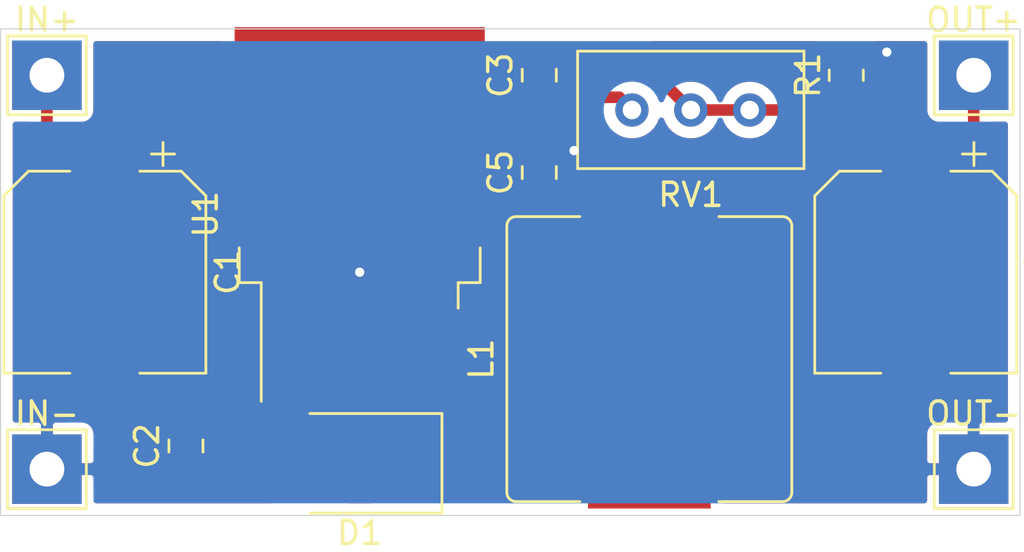
<source format=kicad_pcb>
(kicad_pcb (version 20171130) (host pcbnew "(5.1.10)-1")

  (general
    (thickness 1.6)
    (drawings 4)
    (tracks 48)
    (zones 0)
    (modules 14)
    (nets 6)
  )

  (page A4)
  (layers
    (0 F.Cu signal)
    (31 B.Cu signal)
    (33 F.Adhes user)
    (35 F.Paste user)
    (37 F.SilkS user hide)
    (38 B.Mask user)
    (39 F.Mask user)
    (40 Dwgs.User user)
    (41 Cmts.User user)
    (42 Eco1.User user)
    (43 Eco2.User user)
    (44 Edge.Cuts user)
    (45 Margin user)
    (46 B.CrtYd user)
    (47 F.CrtYd user)
    (49 F.Fab user hide)
  )

  (setup
    (last_trace_width 0.3)
    (user_trace_width 0.5)
    (user_trace_width 0.8)
    (user_trace_width 1)
    (user_trace_width 1.2)
    (user_trace_width 1.6)
    (user_trace_width 2)
    (user_trace_width 3)
    (user_trace_width 4)
    (trace_clearance 0.35)
    (zone_clearance 0.5)
    (zone_45_only no)
    (trace_min 0.2)
    (via_size 0.8)
    (via_drill 0.4)
    (via_min_size 0.4)
    (via_min_drill 0.3)
    (user_via 1.6 0.8)
    (user_via 2 1)
    (uvia_size 0.3)
    (uvia_drill 0.1)
    (uvias_allowed no)
    (uvia_min_size 0.2)
    (uvia_min_drill 0.1)
    (edge_width 0.05)
    (segment_width 0.2)
    (pcb_text_width 0.3)
    (pcb_text_size 1.5 1.5)
    (mod_edge_width 0.12)
    (mod_text_size 1 1)
    (mod_text_width 0.15)
    (pad_size 1.524 1.524)
    (pad_drill 0.762)
    (pad_to_mask_clearance 0)
    (aux_axis_origin 0 0)
    (visible_elements 7FFFFFFF)
    (pcbplotparams
      (layerselection 0x010fc_ffffffff)
      (usegerberextensions false)
      (usegerberattributes true)
      (usegerberadvancedattributes true)
      (creategerberjobfile true)
      (excludeedgelayer true)
      (linewidth 0.100000)
      (plotframeref false)
      (viasonmask false)
      (mode 1)
      (useauxorigin false)
      (hpglpennumber 1)
      (hpglpenspeed 20)
      (hpglpendiameter 15.000000)
      (psnegative false)
      (psa4output false)
      (plotreference true)
      (plotvalue true)
      (plotinvisibletext false)
      (padsonsilk false)
      (subtractmaskfromsilk false)
      (outputformat 1)
      (mirror false)
      (drillshape 1)
      (scaleselection 1)
      (outputdirectory ""))
  )

  (net 0 "")
  (net 1 GND)
  (net 2 "Net-(C1-Pad1)")
  (net 3 "Net-(C3-Pad2)")
  (net 4 "Net-(C3-Pad1)")
  (net 5 "Net-(D1-Pad1)")

  (net_class Default "This is the default net class."
    (clearance 0.35)
    (trace_width 0.3)
    (via_dia 0.8)
    (via_drill 0.4)
    (uvia_dia 0.3)
    (uvia_drill 0.1)
    (add_net GND)
    (add_net "Net-(C1-Pad1)")
    (add_net "Net-(C3-Pad1)")
    (add_net "Net-(C3-Pad2)")
    (add_net "Net-(D1-Pad1)")
  )

  (net_class Power_2A ""
    (clearance 0.75)
    (trace_width 1)
    (via_dia 1.6)
    (via_drill 0.8)
    (uvia_dia 0.3)
    (uvia_drill 0.1)
  )

  (module TestPoint:TestPoint_THTPad_3.0x3.0mm_Drill1.5mm (layer F.Cu) (tedit 5A0F774F) (tstamp 617E73AF)
    (at 166 108.75)
    (descr "THT rectangular pad as test Point, square 3.0mm side length, hole diameter 1.5mm")
    (tags "test point THT pad rectangle square")
    (path /61800455)
    (attr virtual)
    (fp_text reference OUT- (at 0 -2.398) (layer F.SilkS)
      (effects (font (size 1 1) (thickness 0.15)))
    )
    (fp_text value OUT- (at 0 2.55) (layer F.Fab)
      (effects (font (size 1 1) (thickness 0.15)))
    )
    (fp_line (start -1.7 -1.7) (end 1.7 -1.7) (layer F.SilkS) (width 0.12))
    (fp_line (start 1.7 -1.7) (end 1.7 1.7) (layer F.SilkS) (width 0.12))
    (fp_line (start 1.7 1.7) (end -1.7 1.7) (layer F.SilkS) (width 0.12))
    (fp_line (start -1.7 1.7) (end -1.7 -1.7) (layer F.SilkS) (width 0.12))
    (fp_line (start -2 -2) (end 2 -2) (layer F.CrtYd) (width 0.05))
    (fp_line (start -2 -2) (end -2 2) (layer F.CrtYd) (width 0.05))
    (fp_line (start 2 2) (end 2 -2) (layer F.CrtYd) (width 0.05))
    (fp_line (start 2 2) (end -2 2) (layer F.CrtYd) (width 0.05))
    (fp_text user %R (at 0 -2.4) (layer F.Fab)
      (effects (font (size 1 1) (thickness 0.15)))
    )
    (pad 1 thru_hole rect (at 0 0) (size 3 3) (drill 1.5) (layers *.Cu *.Mask)
      (net 1 GND))
  )

  (module TestPoint:TestPoint_THTPad_3.0x3.0mm_Drill1.5mm (layer F.Cu) (tedit 5A0F774F) (tstamp 617E73A1)
    (at 166 91.75)
    (descr "THT rectangular pad as test Point, square 3.0mm side length, hole diameter 1.5mm")
    (tags "test point THT pad rectangle square")
    (path /617FF2E7)
    (attr virtual)
    (fp_text reference OUT+ (at 0 -2.398) (layer F.SilkS)
      (effects (font (size 1 1) (thickness 0.15)))
    )
    (fp_text value OUT+ (at 0 2.55) (layer F.Fab)
      (effects (font (size 1 1) (thickness 0.15)))
    )
    (fp_line (start -1.7 -1.7) (end 1.7 -1.7) (layer F.SilkS) (width 0.12))
    (fp_line (start 1.7 -1.7) (end 1.7 1.7) (layer F.SilkS) (width 0.12))
    (fp_line (start 1.7 1.7) (end -1.7 1.7) (layer F.SilkS) (width 0.12))
    (fp_line (start -1.7 1.7) (end -1.7 -1.7) (layer F.SilkS) (width 0.12))
    (fp_line (start -2 -2) (end 2 -2) (layer F.CrtYd) (width 0.05))
    (fp_line (start -2 -2) (end -2 2) (layer F.CrtYd) (width 0.05))
    (fp_line (start 2 2) (end 2 -2) (layer F.CrtYd) (width 0.05))
    (fp_line (start 2 2) (end -2 2) (layer F.CrtYd) (width 0.05))
    (fp_text user %R (at 0 -2.4) (layer F.Fab)
      (effects (font (size 1 1) (thickness 0.15)))
    )
    (pad 1 thru_hole rect (at 0 0) (size 3 3) (drill 1.5) (layers *.Cu *.Mask)
      (net 4 "Net-(C3-Pad1)"))
  )

  (module TestPoint:TestPoint_THTPad_3.0x3.0mm_Drill1.5mm (layer F.Cu) (tedit 5A0F774F) (tstamp 617E7393)
    (at 126 108.75)
    (descr "THT rectangular pad as test Point, square 3.0mm side length, hole diameter 1.5mm")
    (tags "test point THT pad rectangle square")
    (path /617FEBF6)
    (attr virtual)
    (fp_text reference IN- (at 0 -2.398) (layer F.SilkS)
      (effects (font (size 1 1) (thickness 0.15)))
    )
    (fp_text value IN- (at 0 2.55) (layer F.Fab)
      (effects (font (size 1 1) (thickness 0.15)))
    )
    (fp_line (start -1.7 -1.7) (end 1.7 -1.7) (layer F.SilkS) (width 0.12))
    (fp_line (start 1.7 -1.7) (end 1.7 1.7) (layer F.SilkS) (width 0.12))
    (fp_line (start 1.7 1.7) (end -1.7 1.7) (layer F.SilkS) (width 0.12))
    (fp_line (start -1.7 1.7) (end -1.7 -1.7) (layer F.SilkS) (width 0.12))
    (fp_line (start -2 -2) (end 2 -2) (layer F.CrtYd) (width 0.05))
    (fp_line (start -2 -2) (end -2 2) (layer F.CrtYd) (width 0.05))
    (fp_line (start 2 2) (end 2 -2) (layer F.CrtYd) (width 0.05))
    (fp_line (start 2 2) (end -2 2) (layer F.CrtYd) (width 0.05))
    (fp_text user %R (at 0 -2.4) (layer F.Fab)
      (effects (font (size 1 1) (thickness 0.15)))
    )
    (pad 1 thru_hole rect (at 0 0) (size 3 3) (drill 1.5) (layers *.Cu *.Mask)
      (net 1 GND))
  )

  (module TestPoint:TestPoint_THTPad_3.0x3.0mm_Drill1.5mm (layer F.Cu) (tedit 5A0F774F) (tstamp 617E7385)
    (at 126 91.75)
    (descr "THT rectangular pad as test Point, square 3.0mm side length, hole diameter 1.5mm")
    (tags "test point THT pad rectangle square")
    (path /617FE360)
    (attr virtual)
    (fp_text reference IN+ (at 0 -2.398) (layer F.SilkS)
      (effects (font (size 1 1) (thickness 0.15)))
    )
    (fp_text value IN+ (at 0 2.55) (layer F.Fab)
      (effects (font (size 1 1) (thickness 0.15)))
    )
    (fp_line (start -1.7 -1.7) (end 1.7 -1.7) (layer F.SilkS) (width 0.12))
    (fp_line (start 1.7 -1.7) (end 1.7 1.7) (layer F.SilkS) (width 0.12))
    (fp_line (start 1.7 1.7) (end -1.7 1.7) (layer F.SilkS) (width 0.12))
    (fp_line (start -1.7 1.7) (end -1.7 -1.7) (layer F.SilkS) (width 0.12))
    (fp_line (start -2 -2) (end 2 -2) (layer F.CrtYd) (width 0.05))
    (fp_line (start -2 -2) (end -2 2) (layer F.CrtYd) (width 0.05))
    (fp_line (start 2 2) (end 2 -2) (layer F.CrtYd) (width 0.05))
    (fp_line (start 2 2) (end -2 2) (layer F.CrtYd) (width 0.05))
    (fp_text user %R (at 0 -2.4) (layer F.Fab)
      (effects (font (size 1 1) (thickness 0.15)))
    )
    (pad 1 thru_hole rect (at 0 0) (size 3 3) (drill 1.5) (layers *.Cu *.Mask)
      (net 2 "Net-(C1-Pad1)"))
  )

  (module Package_TO_SOT_SMD:TO-263-5_TabPin3 (layer F.Cu) (tedit 5A70FBB6) (tstamp 617E3EF7)
    (at 139.5 97.75 90)
    (descr "TO-263 / D2PAK / DDPAK SMD package, http://www.infineon.com/cms/en/product/packages/PG-TO263/PG-TO263-5-1/")
    (tags "D2PAK DDPAK TO-263 D2PAK-5 TO-263-5 SOT-426")
    (path /617DEE63)
    (attr smd)
    (fp_text reference U1 (at 0 -6.65 90) (layer F.SilkS)
      (effects (font (size 1 1) (thickness 0.15)))
    )
    (fp_text value LM2596S-ADJ (at 0 6.65 90) (layer F.Fab)
      (effects (font (size 1 1) (thickness 0.15)))
    )
    (fp_line (start 8.32 -5.65) (end -8.32 -5.65) (layer F.CrtYd) (width 0.05))
    (fp_line (start 8.32 5.65) (end 8.32 -5.65) (layer F.CrtYd) (width 0.05))
    (fp_line (start -8.32 5.65) (end 8.32 5.65) (layer F.CrtYd) (width 0.05))
    (fp_line (start -8.32 -5.65) (end -8.32 5.65) (layer F.CrtYd) (width 0.05))
    (fp_line (start -2.95 4.25) (end -4.05 4.25) (layer F.SilkS) (width 0.12))
    (fp_line (start -2.95 5.2) (end -2.95 4.25) (layer F.SilkS) (width 0.12))
    (fp_line (start -1.45 5.2) (end -2.95 5.2) (layer F.SilkS) (width 0.12))
    (fp_line (start -2.95 -4.25) (end -8.075 -4.25) (layer F.SilkS) (width 0.12))
    (fp_line (start -2.95 -5.2) (end -2.95 -4.25) (layer F.SilkS) (width 0.12))
    (fp_line (start -1.45 -5.2) (end -2.95 -5.2) (layer F.SilkS) (width 0.12))
    (fp_line (start -7.45 3.8) (end -2.75 3.8) (layer F.Fab) (width 0.1))
    (fp_line (start -7.45 3) (end -7.45 3.8) (layer F.Fab) (width 0.1))
    (fp_line (start -2.75 3) (end -7.45 3) (layer F.Fab) (width 0.1))
    (fp_line (start -7.45 2.1) (end -2.75 2.1) (layer F.Fab) (width 0.1))
    (fp_line (start -7.45 1.3) (end -7.45 2.1) (layer F.Fab) (width 0.1))
    (fp_line (start -2.75 1.3) (end -7.45 1.3) (layer F.Fab) (width 0.1))
    (fp_line (start -7.45 0.4) (end -2.75 0.4) (layer F.Fab) (width 0.1))
    (fp_line (start -7.45 -0.4) (end -7.45 0.4) (layer F.Fab) (width 0.1))
    (fp_line (start -2.75 -0.4) (end -7.45 -0.4) (layer F.Fab) (width 0.1))
    (fp_line (start -7.45 -1.3) (end -2.75 -1.3) (layer F.Fab) (width 0.1))
    (fp_line (start -7.45 -2.1) (end -7.45 -1.3) (layer F.Fab) (width 0.1))
    (fp_line (start -2.75 -2.1) (end -7.45 -2.1) (layer F.Fab) (width 0.1))
    (fp_line (start -7.45 -3) (end -2.75 -3) (layer F.Fab) (width 0.1))
    (fp_line (start -7.45 -3.8) (end -7.45 -3) (layer F.Fab) (width 0.1))
    (fp_line (start -2.75 -3.8) (end -7.45 -3.8) (layer F.Fab) (width 0.1))
    (fp_line (start -1.75 -5) (end 6.5 -5) (layer F.Fab) (width 0.1))
    (fp_line (start -2.75 -4) (end -1.75 -5) (layer F.Fab) (width 0.1))
    (fp_line (start -2.75 5) (end -2.75 -4) (layer F.Fab) (width 0.1))
    (fp_line (start 6.5 5) (end -2.75 5) (layer F.Fab) (width 0.1))
    (fp_line (start 6.5 -5) (end 6.5 5) (layer F.Fab) (width 0.1))
    (fp_line (start 7.5 5) (end 6.5 5) (layer F.Fab) (width 0.1))
    (fp_line (start 7.5 -5) (end 7.5 5) (layer F.Fab) (width 0.1))
    (fp_line (start 6.5 -5) (end 7.5 -5) (layer F.Fab) (width 0.1))
    (fp_text user %R (at 0 0 90) (layer F.Fab)
      (effects (font (size 1 1) (thickness 0.15)))
    )
    (pad "" smd rect (at 0.95 2.775 90) (size 4.55 5.25) (layers F.Paste))
    (pad "" smd rect (at 5.8 -2.775 90) (size 4.55 5.25) (layers F.Paste))
    (pad "" smd rect (at 0.95 -2.775 90) (size 4.55 5.25) (layers F.Paste))
    (pad "" smd rect (at 5.8 2.775 90) (size 4.55 5.25) (layers F.Paste))
    (pad 3 smd rect (at 3.375 0 90) (size 9.4 10.8) (layers F.Cu F.Mask)
      (net 1 GND))
    (pad 5 smd rect (at -5.775 3.4 90) (size 4.6 1.1) (layers F.Cu F.Paste F.Mask)
      (net 1 GND))
    (pad 4 smd rect (at -5.775 1.7 90) (size 4.6 1.1) (layers F.Cu F.Paste F.Mask)
      (net 3 "Net-(C3-Pad2)"))
    (pad 3 smd rect (at -5.775 0 90) (size 4.6 1.1) (layers F.Cu F.Paste F.Mask)
      (net 1 GND))
    (pad 2 smd rect (at -5.775 -1.7 90) (size 4.6 1.1) (layers F.Cu F.Paste F.Mask)
      (net 5 "Net-(D1-Pad1)"))
    (pad 1 smd rect (at -5.775 -3.4 90) (size 4.6 1.1) (layers F.Cu F.Paste F.Mask)
      (net 2 "Net-(C1-Pad1)"))
    (model ${KISYS3DMOD}/Package_TO_SOT_SMD.3dshapes/TO-263-5_TabPin3.wrl
      (at (xyz 0 0 0))
      (scale (xyz 1 1 1))
      (rotate (xyz 0 0 0))
    )
  )

  (module Potentiometer_THT:Potentiometer_Bourns_3296W_Vertical (layer F.Cu) (tedit 5A3D4994) (tstamp 617E3EC7)
    (at 151.25 93.25 180)
    (descr "Potentiometer, vertical, Bourns 3296W, https://www.bourns.com/pdfs/3296.pdf")
    (tags "Potentiometer vertical Bourns 3296W")
    (path /617E0BA7)
    (fp_text reference RV1 (at -2.54 -3.66) (layer F.SilkS)
      (effects (font (size 1 1) (thickness 0.15)))
    )
    (fp_text value 10k (at -2.54 3.67) (layer F.Fab)
      (effects (font (size 1 1) (thickness 0.15)))
    )
    (fp_line (start 2.5 -2.7) (end -7.6 -2.7) (layer F.CrtYd) (width 0.05))
    (fp_line (start 2.5 2.7) (end 2.5 -2.7) (layer F.CrtYd) (width 0.05))
    (fp_line (start -7.6 2.7) (end 2.5 2.7) (layer F.CrtYd) (width 0.05))
    (fp_line (start -7.6 -2.7) (end -7.6 2.7) (layer F.CrtYd) (width 0.05))
    (fp_line (start 2.345 -2.53) (end 2.345 2.54) (layer F.SilkS) (width 0.12))
    (fp_line (start -7.425 -2.53) (end -7.425 2.54) (layer F.SilkS) (width 0.12))
    (fp_line (start -7.425 2.54) (end 2.345 2.54) (layer F.SilkS) (width 0.12))
    (fp_line (start -7.425 -2.53) (end 2.345 -2.53) (layer F.SilkS) (width 0.12))
    (fp_line (start 0.955 2.235) (end 0.956 0.066) (layer F.Fab) (width 0.1))
    (fp_line (start 0.955 2.235) (end 0.956 0.066) (layer F.Fab) (width 0.1))
    (fp_line (start 2.225 -2.41) (end -7.305 -2.41) (layer F.Fab) (width 0.1))
    (fp_line (start 2.225 2.42) (end 2.225 -2.41) (layer F.Fab) (width 0.1))
    (fp_line (start -7.305 2.42) (end 2.225 2.42) (layer F.Fab) (width 0.1))
    (fp_line (start -7.305 -2.41) (end -7.305 2.42) (layer F.Fab) (width 0.1))
    (fp_circle (center 0.955 1.15) (end 2.05 1.15) (layer F.Fab) (width 0.1))
    (fp_text user %R (at -3.175 0.005) (layer F.Fab)
      (effects (font (size 1 1) (thickness 0.15)))
    )
    (pad 3 thru_hole circle (at -5.08 0 180) (size 1.44 1.44) (drill 0.8) (layers *.Cu *.Mask)
      (net 3 "Net-(C3-Pad2)"))
    (pad 2 thru_hole circle (at -2.54 0 180) (size 1.44 1.44) (drill 0.8) (layers *.Cu *.Mask)
      (net 3 "Net-(C3-Pad2)"))
    (pad 1 thru_hole circle (at 0 0 180) (size 1.44 1.44) (drill 0.8) (layers *.Cu *.Mask)
      (net 4 "Net-(C3-Pad1)"))
    (model ${KISYS3DMOD}/Potentiometer_THT.3dshapes/Potentiometer_Bourns_3296W_Vertical.wrl
      (at (xyz 0 0 0))
      (scale (xyz 1 1 1))
      (rotate (xyz 0 0 0))
    )
  )

  (module Resistor_SMD:R_0805_2012Metric (layer F.Cu) (tedit 5F68FEEE) (tstamp 617E3EB0)
    (at 160.5 91.75 90)
    (descr "Resistor SMD 0805 (2012 Metric), square (rectangular) end terminal, IPC_7351 nominal, (Body size source: IPC-SM-782 page 72, https://www.pcb-3d.com/wordpress/wp-content/uploads/ipc-sm-782a_amendment_1_and_2.pdf), generated with kicad-footprint-generator")
    (tags resistor)
    (path /617DFCBC)
    (attr smd)
    (fp_text reference R1 (at 0 -1.65 90) (layer F.SilkS)
      (effects (font (size 1 1) (thickness 0.15)))
    )
    (fp_text value 1K (at 0 1.65 90) (layer F.Fab)
      (effects (font (size 1 1) (thickness 0.15)))
    )
    (fp_line (start 1.68 0.95) (end -1.68 0.95) (layer F.CrtYd) (width 0.05))
    (fp_line (start 1.68 -0.95) (end 1.68 0.95) (layer F.CrtYd) (width 0.05))
    (fp_line (start -1.68 -0.95) (end 1.68 -0.95) (layer F.CrtYd) (width 0.05))
    (fp_line (start -1.68 0.95) (end -1.68 -0.95) (layer F.CrtYd) (width 0.05))
    (fp_line (start -0.227064 0.735) (end 0.227064 0.735) (layer F.SilkS) (width 0.12))
    (fp_line (start -0.227064 -0.735) (end 0.227064 -0.735) (layer F.SilkS) (width 0.12))
    (fp_line (start 1 0.625) (end -1 0.625) (layer F.Fab) (width 0.1))
    (fp_line (start 1 -0.625) (end 1 0.625) (layer F.Fab) (width 0.1))
    (fp_line (start -1 -0.625) (end 1 -0.625) (layer F.Fab) (width 0.1))
    (fp_line (start -1 0.625) (end -1 -0.625) (layer F.Fab) (width 0.1))
    (fp_text user %R (at 0 0 90) (layer F.Fab)
      (effects (font (size 0.5 0.5) (thickness 0.08)))
    )
    (pad 2 smd roundrect (at 0.9125 0 90) (size 1.025 1.4) (layers F.Cu F.Paste F.Mask) (roundrect_rratio 0.243902)
      (net 1 GND))
    (pad 1 smd roundrect (at -0.9125 0 90) (size 1.025 1.4) (layers F.Cu F.Paste F.Mask) (roundrect_rratio 0.243902)
      (net 3 "Net-(C3-Pad2)"))
    (model ${KISYS3DMOD}/Resistor_SMD.3dshapes/R_0805_2012Metric.wrl
      (at (xyz 0 0 0))
      (scale (xyz 1 1 1))
      (rotate (xyz 0 0 0))
    )
  )

  (module Inductor_SMD:L_Bourns_SRR1210A (layer F.Cu) (tedit 5B853E9E) (tstamp 617E3E9F)
    (at 152 104 90)
    (descr "Bourns SRR1210A series SMD inductor https://www.bourns.com/docs/Product-Datasheets/SRR1210A.pdf")
    (tags "Bourns SRR1210A SMD inductor")
    (path /617E83CB)
    (attr smd)
    (fp_text reference L1 (at 0 -7.25 90) (layer F.SilkS)
      (effects (font (size 1 1) (thickness 0.15)))
    )
    (fp_text value 68uH (at 0 7.4 90) (layer F.Fab)
      (effects (font (size 1 1) (thickness 0.15)))
    )
    (fp_line (start -6.25 -5.75) (end -6.25 -2.9) (layer F.CrtYd) (width 0.05))
    (fp_line (start -6.7 -2.9) (end -6.7 2.9) (layer F.CrtYd) (width 0.05))
    (fp_line (start -6.25 2.9) (end -6.7 2.9) (layer F.CrtYd) (width 0.05))
    (fp_line (start -6.7 -2.9) (end -6.25 -2.9) (layer F.CrtYd) (width 0.05))
    (fp_line (start 6.25 -5.75) (end 6.25 -2.9) (layer F.CrtYd) (width 0.05))
    (fp_line (start 6.7 2.9) (end 6.25 2.9) (layer F.CrtYd) (width 0.05))
    (fp_line (start 6.7 -2.9) (end 6.7 2.9) (layer F.CrtYd) (width 0.05))
    (fp_line (start 6.7 -2.9) (end 6.25 -2.9) (layer F.CrtYd) (width 0.05))
    (fp_line (start 6.15 3) (end 6.15 5.75) (layer F.SilkS) (width 0.12))
    (fp_line (start -6.15 3) (end -6.15 5.75) (layer F.SilkS) (width 0.12))
    (fp_line (start 6.25 2.9) (end 6.25 5.75) (layer F.CrtYd) (width 0.05))
    (fp_line (start 5.75 6.25) (end -5.75 6.25) (layer F.CrtYd) (width 0.05))
    (fp_line (start -6.25 5.75) (end -6.25 2.9) (layer F.CrtYd) (width 0.05))
    (fp_line (start -5.75 -6.25) (end 5.75 -6.25) (layer F.CrtYd) (width 0.05))
    (fp_line (start 6.15 -5.75) (end 6.15 -3) (layer F.SilkS) (width 0.12))
    (fp_line (start 5.75 6.15) (end -5.75 6.15) (layer F.SilkS) (width 0.12))
    (fp_line (start -6.15 -5.75) (end -6.15 -3) (layer F.SilkS) (width 0.12))
    (fp_line (start -5.75 -6.15) (end 5.75 -6.15) (layer F.SilkS) (width 0.12))
    (fp_line (start 4 -2) (end 4 2) (layer F.Fab) (width 0.1))
    (fp_line (start 6 -5.75) (end 6 5.75) (layer F.Fab) (width 0.1))
    (fp_line (start 5.75 6) (end -5.75 6) (layer F.Fab) (width 0.1))
    (fp_line (start -6 -5.75) (end -6 5.75) (layer F.Fab) (width 0.1))
    (fp_line (start -4 2) (end -4 -2) (layer F.Fab) (width 0.1))
    (fp_line (start -5.75 -6) (end 5.75 -6) (layer F.Fab) (width 0.1))
    (fp_circle (center 0 0) (end 0 -5.6) (layer F.Fab) (width 0.1))
    (fp_arc (start 5.75 -5.75) (end 6.25 -5.75) (angle -90) (layer F.CrtYd) (width 0.05))
    (fp_arc (start 5.75 5.75) (end 5.75 6.25) (angle -90) (layer F.CrtYd) (width 0.05))
    (fp_arc (start -5.75 5.75) (end -6.25 5.75) (angle -90) (layer F.CrtYd) (width 0.05))
    (fp_arc (start -5.75 -5.75) (end -5.75 -6.25) (angle -90) (layer F.CrtYd) (width 0.05))
    (fp_arc (start 5.75 -5.75) (end 6.15 -5.75) (angle -90) (layer F.SilkS) (width 0.12))
    (fp_arc (start 5.75 5.75) (end 5.75 6.15) (angle -90) (layer F.SilkS) (width 0.12))
    (fp_arc (start -5.75 5.75) (end -6.15 5.75) (angle -90) (layer F.SilkS) (width 0.12))
    (fp_arc (start -5.75 -5.75) (end -5.75 -6.15) (angle -90) (layer F.SilkS) (width 0.12))
    (fp_arc (start -5.75 5.75) (end -6 5.75) (angle -90) (layer F.Fab) (width 0.1))
    (fp_arc (start 5.75 5.75) (end 5.75 6) (angle -90) (layer F.Fab) (width 0.1))
    (fp_arc (start 5.75 -5.75) (end 6 -5.75) (angle -90) (layer F.Fab) (width 0.1))
    (fp_arc (start -5.75 -5.75) (end -5.75 -6) (angle -90) (layer F.Fab) (width 0.1))
    (fp_text user %R (at 0 0 90) (layer F.Fab)
      (effects (font (size 1 1) (thickness 0.15)))
    )
    (pad 1 smd rect (at -5.05 0 90) (size 2.8 5.3) (layers F.Cu F.Paste F.Mask)
      (net 5 "Net-(D1-Pad1)"))
    (pad 2 smd rect (at 5.05 0 90) (size 2.8 5.3) (layers F.Cu F.Paste F.Mask)
      (net 4 "Net-(C3-Pad1)"))
    (model ${KISYS3DMOD}/Inductor_SMD.3dshapes/L_Bourns_SRR1210A.wrl
      (at (xyz 0 0 0))
      (scale (xyz 1 1 1))
      (rotate (xyz 0 0 0))
    )
  )

  (module Diode_SMD:D_SMB (layer F.Cu) (tedit 58645DF3) (tstamp 617E3E4B)
    (at 139.5 108.5 180)
    (descr "Diode SMB (DO-214AA)")
    (tags "Diode SMB (DO-214AA)")
    (path /617DF967)
    (attr smd)
    (fp_text reference D1 (at 0 -3) (layer F.SilkS)
      (effects (font (size 1 1) (thickness 0.15)))
    )
    (fp_text value SK34 (at 0 3.1) (layer F.Fab)
      (effects (font (size 1 1) (thickness 0.15)))
    )
    (fp_line (start -3.55 -2.15) (end 2.15 -2.15) (layer F.SilkS) (width 0.12))
    (fp_line (start -3.55 2.15) (end 2.15 2.15) (layer F.SilkS) (width 0.12))
    (fp_line (start -0.64944 0.00102) (end 0.50118 -0.79908) (layer F.Fab) (width 0.1))
    (fp_line (start -0.64944 0.00102) (end 0.50118 0.75032) (layer F.Fab) (width 0.1))
    (fp_line (start 0.50118 0.75032) (end 0.50118 -0.79908) (layer F.Fab) (width 0.1))
    (fp_line (start -0.64944 -0.79908) (end -0.64944 0.80112) (layer F.Fab) (width 0.1))
    (fp_line (start 0.50118 0.00102) (end 1.4994 0.00102) (layer F.Fab) (width 0.1))
    (fp_line (start -0.64944 0.00102) (end -1.55114 0.00102) (layer F.Fab) (width 0.1))
    (fp_line (start -3.65 2.25) (end -3.65 -2.25) (layer F.CrtYd) (width 0.05))
    (fp_line (start 3.65 2.25) (end -3.65 2.25) (layer F.CrtYd) (width 0.05))
    (fp_line (start 3.65 -2.25) (end 3.65 2.25) (layer F.CrtYd) (width 0.05))
    (fp_line (start -3.65 -2.25) (end 3.65 -2.25) (layer F.CrtYd) (width 0.05))
    (fp_line (start 2.3 -2) (end -2.3 -2) (layer F.Fab) (width 0.1))
    (fp_line (start 2.3 -2) (end 2.3 2) (layer F.Fab) (width 0.1))
    (fp_line (start -2.3 2) (end -2.3 -2) (layer F.Fab) (width 0.1))
    (fp_line (start 2.3 2) (end -2.3 2) (layer F.Fab) (width 0.1))
    (fp_line (start -3.55 -2.15) (end -3.55 2.15) (layer F.SilkS) (width 0.12))
    (fp_text user %R (at 0 -3) (layer F.Fab)
      (effects (font (size 1 1) (thickness 0.15)))
    )
    (pad 2 smd rect (at 2.15 0 180) (size 2.5 2.3) (layers F.Cu F.Paste F.Mask)
      (net 1 GND))
    (pad 1 smd rect (at -2.15 0 180) (size 2.5 2.3) (layers F.Cu F.Paste F.Mask)
      (net 5 "Net-(D1-Pad1)"))
    (model ${KISYS3DMOD}/Diode_SMD.3dshapes/D_SMB.wrl
      (at (xyz 0 0 0))
      (scale (xyz 1 1 1))
      (rotate (xyz 0 0 0))
    )
  )

  (module Capacitor_SMD:C_0805_2012Metric (layer F.Cu) (tedit 5F68FEEE) (tstamp 617E3E33)
    (at 147.25 95.95 90)
    (descr "Capacitor SMD 0805 (2012 Metric), square (rectangular) end terminal, IPC_7351 nominal, (Body size source: IPC-SM-782 page 76, https://www.pcb-3d.com/wordpress/wp-content/uploads/ipc-sm-782a_amendment_1_and_2.pdf, https://docs.google.com/spreadsheets/d/1BsfQQcO9C6DZCsRaXUlFlo91Tg2WpOkGARC1WS5S8t0/edit?usp=sharing), generated with kicad-footprint-generator")
    (tags capacitor)
    (path /617F37BD)
    (attr smd)
    (fp_text reference C5 (at 0 -1.68 90) (layer F.SilkS)
      (effects (font (size 1 1) (thickness 0.15)))
    )
    (fp_text value 0.1uF (at 0 1.68 90) (layer F.Fab)
      (effects (font (size 1 1) (thickness 0.15)))
    )
    (fp_line (start 1.7 0.98) (end -1.7 0.98) (layer F.CrtYd) (width 0.05))
    (fp_line (start 1.7 -0.98) (end 1.7 0.98) (layer F.CrtYd) (width 0.05))
    (fp_line (start -1.7 -0.98) (end 1.7 -0.98) (layer F.CrtYd) (width 0.05))
    (fp_line (start -1.7 0.98) (end -1.7 -0.98) (layer F.CrtYd) (width 0.05))
    (fp_line (start -0.261252 0.735) (end 0.261252 0.735) (layer F.SilkS) (width 0.12))
    (fp_line (start -0.261252 -0.735) (end 0.261252 -0.735) (layer F.SilkS) (width 0.12))
    (fp_line (start 1 0.625) (end -1 0.625) (layer F.Fab) (width 0.1))
    (fp_line (start 1 -0.625) (end 1 0.625) (layer F.Fab) (width 0.1))
    (fp_line (start -1 -0.625) (end 1 -0.625) (layer F.Fab) (width 0.1))
    (fp_line (start -1 0.625) (end -1 -0.625) (layer F.Fab) (width 0.1))
    (fp_text user %R (at 0 0 90) (layer F.Fab)
      (effects (font (size 0.5 0.5) (thickness 0.08)))
    )
    (pad 2 smd roundrect (at 0.95 0 90) (size 1 1.45) (layers F.Cu F.Paste F.Mask) (roundrect_rratio 0.25)
      (net 1 GND))
    (pad 1 smd roundrect (at -0.95 0 90) (size 1 1.45) (layers F.Cu F.Paste F.Mask) (roundrect_rratio 0.25)
      (net 4 "Net-(C3-Pad1)"))
    (model ${KISYS3DMOD}/Capacitor_SMD.3dshapes/C_0805_2012Metric.wrl
      (at (xyz 0 0 0))
      (scale (xyz 1 1 1))
      (rotate (xyz 0 0 0))
    )
  )

  (module Capacitor_SMD:CP_Elec_8x10.5 (layer F.Cu) (tedit 5BCA39D0) (tstamp 617E3E22)
    (at 163.5 100.25 270)
    (descr "SMD capacitor, aluminum electrolytic, Vishay 0810, 8.0x10.5mm, http://www.vishay.com/docs/28395/150crz.pdf")
    (tags "capacitor electrolytic")
    (path /617F2AF0)
    (attr smd)
    (fp_text reference C4 (at 0 -5.3 90) (layer F.SilkS)
      (effects (font (size 1 1) (thickness 0.15)))
    )
    (fp_text value "220 uF" (at 0 5.3 90) (layer F.Fab)
      (effects (font (size 1 1) (thickness 0.15)))
    )
    (fp_line (start -6.15 1.5) (end -4.5 1.5) (layer F.CrtYd) (width 0.05))
    (fp_line (start -6.15 -1.5) (end -6.15 1.5) (layer F.CrtYd) (width 0.05))
    (fp_line (start -4.5 -1.5) (end -6.15 -1.5) (layer F.CrtYd) (width 0.05))
    (fp_line (start -4.5 1.5) (end -4.5 3.35) (layer F.CrtYd) (width 0.05))
    (fp_line (start -4.5 -3.35) (end -4.5 -1.5) (layer F.CrtYd) (width 0.05))
    (fp_line (start -4.5 -3.35) (end -3.35 -4.5) (layer F.CrtYd) (width 0.05))
    (fp_line (start -4.5 3.35) (end -3.35 4.5) (layer F.CrtYd) (width 0.05))
    (fp_line (start -3.35 -4.5) (end 4.5 -4.5) (layer F.CrtYd) (width 0.05))
    (fp_line (start -3.35 4.5) (end 4.5 4.5) (layer F.CrtYd) (width 0.05))
    (fp_line (start 4.5 1.5) (end 4.5 4.5) (layer F.CrtYd) (width 0.05))
    (fp_line (start 6.15 1.5) (end 4.5 1.5) (layer F.CrtYd) (width 0.05))
    (fp_line (start 6.15 -1.5) (end 6.15 1.5) (layer F.CrtYd) (width 0.05))
    (fp_line (start 4.5 -1.5) (end 6.15 -1.5) (layer F.CrtYd) (width 0.05))
    (fp_line (start 4.5 -4.5) (end 4.5 -1.5) (layer F.CrtYd) (width 0.05))
    (fp_line (start -5.1 -3.01) (end -5.1 -2.01) (layer F.SilkS) (width 0.12))
    (fp_line (start -5.6 -2.51) (end -4.6 -2.51) (layer F.SilkS) (width 0.12))
    (fp_line (start -4.36 3.295563) (end -3.295563 4.36) (layer F.SilkS) (width 0.12))
    (fp_line (start -4.36 -3.295563) (end -3.295563 -4.36) (layer F.SilkS) (width 0.12))
    (fp_line (start -4.36 -3.295563) (end -4.36 -1.51) (layer F.SilkS) (width 0.12))
    (fp_line (start -4.36 3.295563) (end -4.36 1.51) (layer F.SilkS) (width 0.12))
    (fp_line (start -3.295563 4.36) (end 4.36 4.36) (layer F.SilkS) (width 0.12))
    (fp_line (start -3.295563 -4.36) (end 4.36 -4.36) (layer F.SilkS) (width 0.12))
    (fp_line (start 4.36 -4.36) (end 4.36 -1.51) (layer F.SilkS) (width 0.12))
    (fp_line (start 4.36 4.36) (end 4.36 1.51) (layer F.SilkS) (width 0.12))
    (fp_line (start -3.162278 -1.9) (end -3.162278 -1.1) (layer F.Fab) (width 0.1))
    (fp_line (start -3.562278 -1.5) (end -2.762278 -1.5) (layer F.Fab) (width 0.1))
    (fp_line (start -4.25 3.25) (end -3.25 4.25) (layer F.Fab) (width 0.1))
    (fp_line (start -4.25 -3.25) (end -3.25 -4.25) (layer F.Fab) (width 0.1))
    (fp_line (start -4.25 -3.25) (end -4.25 3.25) (layer F.Fab) (width 0.1))
    (fp_line (start -3.25 4.25) (end 4.25 4.25) (layer F.Fab) (width 0.1))
    (fp_line (start -3.25 -4.25) (end 4.25 -4.25) (layer F.Fab) (width 0.1))
    (fp_line (start 4.25 -4.25) (end 4.25 4.25) (layer F.Fab) (width 0.1))
    (fp_circle (center 0 0) (end 4 0) (layer F.Fab) (width 0.1))
    (fp_text user %R (at 0 0 90) (layer F.Fab)
      (effects (font (size 1 1) (thickness 0.15)))
    )
    (pad 2 smd roundrect (at 3.7 0 270) (size 4.4 2.5) (layers F.Cu F.Paste F.Mask) (roundrect_rratio 0.1)
      (net 1 GND))
    (pad 1 smd roundrect (at -3.7 0 270) (size 4.4 2.5) (layers F.Cu F.Paste F.Mask) (roundrect_rratio 0.1)
      (net 4 "Net-(C3-Pad1)"))
    (model ${KISYS3DMOD}/Capacitor_SMD.3dshapes/CP_Elec_8x10.5.wrl
      (at (xyz 0 0 0))
      (scale (xyz 1 1 1))
      (rotate (xyz 0 0 0))
    )
  )

  (module Capacitor_SMD:C_0805_2012Metric (layer F.Cu) (tedit 5F68FEEE) (tstamp 617E3DFA)
    (at 147.25 91.75 90)
    (descr "Capacitor SMD 0805 (2012 Metric), square (rectangular) end terminal, IPC_7351 nominal, (Body size source: IPC-SM-782 page 76, https://www.pcb-3d.com/wordpress/wp-content/uploads/ipc-sm-782a_amendment_1_and_2.pdf, https://docs.google.com/spreadsheets/d/1BsfQQcO9C6DZCsRaXUlFlo91Tg2WpOkGARC1WS5S8t0/edit?usp=sharing), generated with kicad-footprint-generator")
    (tags capacitor)
    (path /617F40E8)
    (attr smd)
    (fp_text reference C3 (at 0 -1.68 90) (layer F.SilkS)
      (effects (font (size 1 1) (thickness 0.15)))
    )
    (fp_text value 3300pF (at 0 1.68 90) (layer F.Fab)
      (effects (font (size 1 1) (thickness 0.15)))
    )
    (fp_line (start 1.7 0.98) (end -1.7 0.98) (layer F.CrtYd) (width 0.05))
    (fp_line (start 1.7 -0.98) (end 1.7 0.98) (layer F.CrtYd) (width 0.05))
    (fp_line (start -1.7 -0.98) (end 1.7 -0.98) (layer F.CrtYd) (width 0.05))
    (fp_line (start -1.7 0.98) (end -1.7 -0.98) (layer F.CrtYd) (width 0.05))
    (fp_line (start -0.261252 0.735) (end 0.261252 0.735) (layer F.SilkS) (width 0.12))
    (fp_line (start -0.261252 -0.735) (end 0.261252 -0.735) (layer F.SilkS) (width 0.12))
    (fp_line (start 1 0.625) (end -1 0.625) (layer F.Fab) (width 0.1))
    (fp_line (start 1 -0.625) (end 1 0.625) (layer F.Fab) (width 0.1))
    (fp_line (start -1 -0.625) (end 1 -0.625) (layer F.Fab) (width 0.1))
    (fp_line (start -1 0.625) (end -1 -0.625) (layer F.Fab) (width 0.1))
    (fp_text user %R (at 0 0 90) (layer F.Fab)
      (effects (font (size 0.5 0.5) (thickness 0.08)))
    )
    (pad 2 smd roundrect (at 0.95 0 90) (size 1 1.45) (layers F.Cu F.Paste F.Mask) (roundrect_rratio 0.25)
      (net 3 "Net-(C3-Pad2)"))
    (pad 1 smd roundrect (at -0.95 0 90) (size 1 1.45) (layers F.Cu F.Paste F.Mask) (roundrect_rratio 0.25)
      (net 4 "Net-(C3-Pad1)"))
    (model ${KISYS3DMOD}/Capacitor_SMD.3dshapes/C_0805_2012Metric.wrl
      (at (xyz 0 0 0))
      (scale (xyz 1 1 1))
      (rotate (xyz 0 0 0))
    )
  )

  (module Capacitor_SMD:C_0805_2012Metric (layer F.Cu) (tedit 5F68FEEE) (tstamp 617E45B8)
    (at 132 107.75 90)
    (descr "Capacitor SMD 0805 (2012 Metric), square (rectangular) end terminal, IPC_7351 nominal, (Body size source: IPC-SM-782 page 76, https://www.pcb-3d.com/wordpress/wp-content/uploads/ipc-sm-782a_amendment_1_and_2.pdf, https://docs.google.com/spreadsheets/d/1BsfQQcO9C6DZCsRaXUlFlo91Tg2WpOkGARC1WS5S8t0/edit?usp=sharing), generated with kicad-footprint-generator")
    (tags capacitor)
    (path /617E16D6)
    (attr smd)
    (fp_text reference C2 (at 0 -1.68 90) (layer F.SilkS)
      (effects (font (size 1 1) (thickness 0.15)))
    )
    (fp_text value 0.1uF (at 0 1.68 90) (layer F.Fab)
      (effects (font (size 1 1) (thickness 0.15)))
    )
    (fp_line (start 1.7 0.98) (end -1.7 0.98) (layer F.CrtYd) (width 0.05))
    (fp_line (start 1.7 -0.98) (end 1.7 0.98) (layer F.CrtYd) (width 0.05))
    (fp_line (start -1.7 -0.98) (end 1.7 -0.98) (layer F.CrtYd) (width 0.05))
    (fp_line (start -1.7 0.98) (end -1.7 -0.98) (layer F.CrtYd) (width 0.05))
    (fp_line (start -0.261252 0.735) (end 0.261252 0.735) (layer F.SilkS) (width 0.12))
    (fp_line (start -0.261252 -0.735) (end 0.261252 -0.735) (layer F.SilkS) (width 0.12))
    (fp_line (start 1 0.625) (end -1 0.625) (layer F.Fab) (width 0.1))
    (fp_line (start 1 -0.625) (end 1 0.625) (layer F.Fab) (width 0.1))
    (fp_line (start -1 -0.625) (end 1 -0.625) (layer F.Fab) (width 0.1))
    (fp_line (start -1 0.625) (end -1 -0.625) (layer F.Fab) (width 0.1))
    (fp_text user %R (at 0 0 90) (layer F.Fab)
      (effects (font (size 0.5 0.5) (thickness 0.08)))
    )
    (pad 2 smd roundrect (at 0.95 0 90) (size 1 1.45) (layers F.Cu F.Paste F.Mask) (roundrect_rratio 0.25)
      (net 1 GND))
    (pad 1 smd roundrect (at -0.95 0 90) (size 1 1.45) (layers F.Cu F.Paste F.Mask) (roundrect_rratio 0.25)
      (net 2 "Net-(C1-Pad1)"))
    (model ${KISYS3DMOD}/Capacitor_SMD.3dshapes/C_0805_2012Metric.wrl
      (at (xyz 0 0 0))
      (scale (xyz 1 1 1))
      (rotate (xyz 0 0 0))
    )
  )

  (module Capacitor_SMD:CP_Elec_8x10.5 (layer F.Cu) (tedit 5BCA39D0) (tstamp 617E3DD8)
    (at 128.5 100.25 270)
    (descr "SMD capacitor, aluminum electrolytic, Vishay 0810, 8.0x10.5mm, http://www.vishay.com/docs/28395/150crz.pdf")
    (tags "capacitor electrolytic")
    (path /617E1371)
    (attr smd)
    (fp_text reference C1 (at 0 -5.3 90) (layer F.SilkS)
      (effects (font (size 1 1) (thickness 0.15)))
    )
    (fp_text value "220 uF" (at 0 5.3 90) (layer F.Fab)
      (effects (font (size 1 1) (thickness 0.15)))
    )
    (fp_line (start -6.15 1.5) (end -4.5 1.5) (layer F.CrtYd) (width 0.05))
    (fp_line (start -6.15 -1.5) (end -6.15 1.5) (layer F.CrtYd) (width 0.05))
    (fp_line (start -4.5 -1.5) (end -6.15 -1.5) (layer F.CrtYd) (width 0.05))
    (fp_line (start -4.5 1.5) (end -4.5 3.35) (layer F.CrtYd) (width 0.05))
    (fp_line (start -4.5 -3.35) (end -4.5 -1.5) (layer F.CrtYd) (width 0.05))
    (fp_line (start -4.5 -3.35) (end -3.35 -4.5) (layer F.CrtYd) (width 0.05))
    (fp_line (start -4.5 3.35) (end -3.35 4.5) (layer F.CrtYd) (width 0.05))
    (fp_line (start -3.35 -4.5) (end 4.5 -4.5) (layer F.CrtYd) (width 0.05))
    (fp_line (start -3.35 4.5) (end 4.5 4.5) (layer F.CrtYd) (width 0.05))
    (fp_line (start 4.5 1.5) (end 4.5 4.5) (layer F.CrtYd) (width 0.05))
    (fp_line (start 6.15 1.5) (end 4.5 1.5) (layer F.CrtYd) (width 0.05))
    (fp_line (start 6.15 -1.5) (end 6.15 1.5) (layer F.CrtYd) (width 0.05))
    (fp_line (start 4.5 -1.5) (end 6.15 -1.5) (layer F.CrtYd) (width 0.05))
    (fp_line (start 4.5 -4.5) (end 4.5 -1.5) (layer F.CrtYd) (width 0.05))
    (fp_line (start -5.1 -3.01) (end -5.1 -2.01) (layer F.SilkS) (width 0.12))
    (fp_line (start -5.6 -2.51) (end -4.6 -2.51) (layer F.SilkS) (width 0.12))
    (fp_line (start -4.36 3.295563) (end -3.295563 4.36) (layer F.SilkS) (width 0.12))
    (fp_line (start -4.36 -3.295563) (end -3.295563 -4.36) (layer F.SilkS) (width 0.12))
    (fp_line (start -4.36 -3.295563) (end -4.36 -1.51) (layer F.SilkS) (width 0.12))
    (fp_line (start -4.36 3.295563) (end -4.36 1.51) (layer F.SilkS) (width 0.12))
    (fp_line (start -3.295563 4.36) (end 4.36 4.36) (layer F.SilkS) (width 0.12))
    (fp_line (start -3.295563 -4.36) (end 4.36 -4.36) (layer F.SilkS) (width 0.12))
    (fp_line (start 4.36 -4.36) (end 4.36 -1.51) (layer F.SilkS) (width 0.12))
    (fp_line (start 4.36 4.36) (end 4.36 1.51) (layer F.SilkS) (width 0.12))
    (fp_line (start -3.162278 -1.9) (end -3.162278 -1.1) (layer F.Fab) (width 0.1))
    (fp_line (start -3.562278 -1.5) (end -2.762278 -1.5) (layer F.Fab) (width 0.1))
    (fp_line (start -4.25 3.25) (end -3.25 4.25) (layer F.Fab) (width 0.1))
    (fp_line (start -4.25 -3.25) (end -3.25 -4.25) (layer F.Fab) (width 0.1))
    (fp_line (start -4.25 -3.25) (end -4.25 3.25) (layer F.Fab) (width 0.1))
    (fp_line (start -3.25 4.25) (end 4.25 4.25) (layer F.Fab) (width 0.1))
    (fp_line (start -3.25 -4.25) (end 4.25 -4.25) (layer F.Fab) (width 0.1))
    (fp_line (start 4.25 -4.25) (end 4.25 4.25) (layer F.Fab) (width 0.1))
    (fp_circle (center 0 0) (end 4 0) (layer F.Fab) (width 0.1))
    (fp_text user %R (at 0 0 90) (layer F.Fab)
      (effects (font (size 1 1) (thickness 0.15)))
    )
    (pad 2 smd roundrect (at 3.7 0 270) (size 4.4 2.5) (layers F.Cu F.Paste F.Mask) (roundrect_rratio 0.1)
      (net 1 GND))
    (pad 1 smd roundrect (at -3.7 0 270) (size 4.4 2.5) (layers F.Cu F.Paste F.Mask) (roundrect_rratio 0.1)
      (net 2 "Net-(C1-Pad1)"))
    (model ${KISYS3DMOD}/Capacitor_SMD.3dshapes/CP_Elec_8x10.5.wrl
      (at (xyz 0 0 0))
      (scale (xyz 1 1 1))
      (rotate (xyz 0 0 0))
    )
  )

  (gr_line (start 124 89.75) (end 124 110.75) (layer Edge.Cuts) (width 0.05) (tstamp 617E7A6D))
  (gr_line (start 168 89.75) (end 124 89.75) (layer Edge.Cuts) (width 0.05))
  (gr_line (start 168 110.75) (end 168 89.75) (layer Edge.Cuts) (width 0.05))
  (gr_line (start 124 110.75) (end 168 110.75) (layer Edge.Cuts) (width 0.05))

  (segment (start 132.725 108.7) (end 134.25 107.175) (width 0.5) (layer F.Cu) (net 2))
  (segment (start 132 108.7) (end 132.725 108.7) (width 0.5) (layer F.Cu) (net 2))
  (segment (start 134.25 105.375) (end 136.1 103.525) (width 0.5) (layer F.Cu) (net 2))
  (segment (start 134.25 107.175) (end 134.25 105.375) (width 0.5) (layer F.Cu) (net 2))
  (segment (start 135.475 103.525) (end 128.5 96.55) (width 0.5) (layer F.Cu) (net 2))
  (segment (start 136.1 103.525) (end 135.475 103.525) (width 0.5) (layer F.Cu) (net 2))
  (segment (start 126 94.05) (end 126 91.75) (width 0.5) (layer F.Cu) (net 2))
  (segment (start 128.5 96.55) (end 126 94.05) (width 0.5) (layer F.Cu) (net 2))
  (segment (start 150.753602 90.8) (end 150.803602 90.75) (width 0.5) (layer F.Cu) (net 3))
  (segment (start 147.25 90.8) (end 150.753602 90.8) (width 0.5) (layer F.Cu) (net 3))
  (segment (start 151.29 90.75) (end 153.79 93.25) (width 0.5) (layer F.Cu) (net 3))
  (segment (start 150.803602 90.75) (end 151.29 90.75) (width 0.5) (layer F.Cu) (net 3))
  (segment (start 153.79 93.25) (end 156.33 93.25) (width 0.5) (layer F.Cu) (net 3))
  (segment (start 159.9125 93.25) (end 160.5 92.6625) (width 0.5) (layer F.Cu) (net 3))
  (segment (start 156.33 93.25) (end 159.9125 93.25) (width 0.5) (layer F.Cu) (net 3))
  (segment (start 145.500001 99.555001) (end 145.055002 100) (width 0.5) (layer F.Cu) (net 3))
  (segment (start 145.500001 91.824999) (end 145.500001 99.555001) (width 0.5) (layer F.Cu) (net 3))
  (segment (start 146.525 90.8) (end 145.500001 91.824999) (width 0.5) (layer F.Cu) (net 3))
  (segment (start 147.25 90.8) (end 146.525 90.8) (width 0.5) (layer F.Cu) (net 3))
  (segment (start 141.2 100.725) (end 141.2 103.525) (width 0.5) (layer F.Cu) (net 3))
  (segment (start 141.925 100) (end 141.2 100.725) (width 0.5) (layer F.Cu) (net 3))
  (segment (start 145.055002 100) (end 141.925 100) (width 0.5) (layer F.Cu) (net 3))
  (segment (start 166 94.05) (end 163.5 96.55) (width 0.5) (layer F.Cu) (net 4))
  (segment (start 166 91.75) (end 166 94.05) (width 0.5) (layer F.Cu) (net 4))
  (segment (start 163.5 96.55) (end 162.2 96.55) (width 0.5) (layer F.Cu) (net 4))
  (segment (start 159.8 98.95) (end 152 98.95) (width 0.5) (layer F.Cu) (net 4))
  (segment (start 162.2 96.55) (end 159.8 98.95) (width 0.5) (layer F.Cu) (net 4))
  (segment (start 149.3 98.95) (end 147.25 96.9) (width 0.5) (layer F.Cu) (net 4))
  (segment (start 152 98.95) (end 149.3 98.95) (width 0.5) (layer F.Cu) (net 4))
  (segment (start 150.7 92.7) (end 147.25 92.7) (width 0.5) (layer F.Cu) (net 4))
  (segment (start 151.25 93.25) (end 150.7 92.7) (width 0.5) (layer F.Cu) (net 4))
  (segment (start 147.975 96.9) (end 147.25 96.9) (width 0.5) (layer F.Cu) (net 4))
  (segment (start 137.8 108.05) (end 137.35 108.5) (width 0.5) (layer F.Cu) (net 1))
  (via (at 139.5 100.25) (size 0.8) (drill 0.4) (layers F.Cu B.Cu) (net 1))
  (via (at 148.75 95) (size 0.8) (drill 0.4) (layers F.Cu B.Cu) (net 1))
  (segment (start 147.25 95) (end 148.75 95) (width 0.3) (layer F.Cu) (net 1))
  (via (at 162.25 90.75) (size 0.8) (drill 0.4) (layers F.Cu B.Cu) (net 1))
  (segment (start 148.182002 96.9) (end 147.25 96.9) (width 0.3) (layer F.Cu) (net 4))
  (segment (start 149.650001 95.432001) (end 148.182002 96.9) (width 0.3) (layer F.Cu) (net 4))
  (segment (start 149.650001 94.375001) (end 149.650001 95.432001) (width 0.3) (layer F.Cu) (net 4))
  (segment (start 147.975 92.7) (end 149.650001 94.375001) (width 0.3) (layer F.Cu) (net 4))
  (segment (start 147.25 92.7) (end 147.975 92.7) (width 0.3) (layer F.Cu) (net 4))
  (segment (start 140.724998 108.5) (end 141.65 108.5) (width 0.3) (layer F.Cu) (net 5))
  (segment (start 137.8 105.575002) (end 140.724998 108.5) (width 0.3) (layer F.Cu) (net 5))
  (segment (start 137.8 103.525) (end 137.8 105.575002) (width 0.3) (layer F.Cu) (net 5))
  (segment (start 141.65 108.5) (end 144.75 108.5) (width 0.3) (layer F.Cu) (net 5))
  (segment (start 145.3 109.05) (end 152 109.05) (width 0.3) (layer F.Cu) (net 5))
  (segment (start 144.75 108.5) (end 145.3 109.05) (width 0.3) (layer F.Cu) (net 5))

  (zone (net 1) (net_name GND) (layer F.Cu) (tstamp 617DE155) (hatch edge 0.508)
    (connect_pads (clearance 0.5))
    (min_thickness 0.254)
    (fill yes (arc_segments 32) (thermal_gap 0.508) (thermal_bridge_width 0.508))
    (polygon
      (pts
        (xy 168 110.75) (xy 124 110.75) (xy 124 89.75) (xy 168 89.75)
      )
    )
    (filled_polygon
      (pts
        (xy 167.348 106.612313) (xy 166.28575 106.615) (xy 166.127 106.77375) (xy 166.127 108.623) (xy 166.147 108.623)
        (xy 166.147 108.877) (xy 166.127 108.877) (xy 166.127 108.897) (xy 165.873 108.897) (xy 165.873 108.877)
        (xy 164.02375 108.877) (xy 163.865 109.03575) (xy 163.862313 110.098) (xy 155.280033 110.098) (xy 155.280033 107.65)
        (xy 155.267927 107.527087) (xy 155.232075 107.408897) (xy 155.173853 107.299972) (xy 155.095501 107.204499) (xy 155.000028 107.126147)
        (xy 154.891103 107.067925) (xy 154.772913 107.032073) (xy 154.65 107.019967) (xy 149.35 107.019967) (xy 149.227087 107.032073)
        (xy 149.108897 107.067925) (xy 148.999972 107.126147) (xy 148.904499 107.204499) (xy 148.826147 107.299972) (xy 148.767925 107.408897)
        (xy 148.732073 107.527087) (xy 148.719967 107.65) (xy 148.719967 108.273) (xy 145.621844 108.273) (xy 145.326412 107.977569)
        (xy 145.30208 107.94792) (xy 145.183766 107.850823) (xy 145.048784 107.778673) (xy 144.902319 107.734243) (xy 144.788166 107.723)
        (xy 144.788163 107.723) (xy 144.75 107.719241) (xy 144.711837 107.723) (xy 143.530033 107.723) (xy 143.530033 107.35)
        (xy 143.517927 107.227087) (xy 143.482075 107.108897) (xy 143.423853 106.999972) (xy 143.345501 106.904499) (xy 143.250028 106.826147)
        (xy 143.141103 106.767925) (xy 143.022913 106.732073) (xy 142.9 106.719967) (xy 140.4 106.719967) (xy 140.277087 106.732073)
        (xy 140.158897 106.767925) (xy 140.11515 106.791308) (xy 139.627002 106.303161) (xy 139.627002 106.301252) (xy 139.78575 106.46)
        (xy 140.05 106.463072) (xy 140.174482 106.450812) (xy 140.29418 106.414502) (xy 140.358486 106.380129) (xy 140.408897 106.407075)
        (xy 140.527087 106.442927) (xy 140.65 106.455033) (xy 141.75 106.455033) (xy 141.872913 106.442927) (xy 141.991103 106.407075)
        (xy 142.041514 106.380129) (xy 142.10582 106.414502) (xy 142.225518 106.450812) (xy 142.35 106.463072) (xy 142.61425 106.46)
        (xy 142.773 106.30125) (xy 142.773 103.652) (xy 143.027 103.652) (xy 143.027 106.30125) (xy 143.18575 106.46)
        (xy 143.45 106.463072) (xy 143.574482 106.450812) (xy 143.69418 106.414502) (xy 143.804494 106.355537) (xy 143.901185 106.276185)
        (xy 143.980537 106.179494) (xy 143.996302 106.15) (xy 161.611928 106.15) (xy 161.624188 106.274482) (xy 161.660498 106.39418)
        (xy 161.719463 106.504494) (xy 161.798815 106.601185) (xy 161.895506 106.680537) (xy 162.00582 106.739502) (xy 162.125518 106.775812)
        (xy 162.25 106.788072) (xy 163.21425 106.785) (xy 163.373 106.62625) (xy 163.373 104.077) (xy 163.627 104.077)
        (xy 163.627 106.62625) (xy 163.78575 106.785) (xy 164.064566 106.785888) (xy 164.048815 106.798815) (xy 163.969463 106.895506)
        (xy 163.910498 107.00582) (xy 163.874188 107.125518) (xy 163.861928 107.25) (xy 163.865 108.46425) (xy 164.02375 108.623)
        (xy 165.873 108.623) (xy 165.873 106.77375) (xy 165.71425 106.615) (xy 165.18598 106.613663) (xy 165.201185 106.601185)
        (xy 165.280537 106.504494) (xy 165.339502 106.39418) (xy 165.375812 106.274482) (xy 165.388072 106.15) (xy 165.385 104.23575)
        (xy 165.22625 104.077) (xy 163.627 104.077) (xy 163.373 104.077) (xy 161.77375 104.077) (xy 161.615 104.23575)
        (xy 161.611928 106.15) (xy 143.996302 106.15) (xy 144.039502 106.06918) (xy 144.075812 105.949482) (xy 144.088072 105.825)
        (xy 144.085 103.81075) (xy 143.92625 103.652) (xy 143.027 103.652) (xy 142.773 103.652) (xy 142.753 103.652)
        (xy 142.753 103.398) (xy 142.773 103.398) (xy 142.773 103.378) (xy 143.027 103.378) (xy 143.027 103.398)
        (xy 143.92625 103.398) (xy 144.085 103.23925) (xy 144.087271 101.75) (xy 161.611928 101.75) (xy 161.615 103.66425)
        (xy 161.77375 103.823) (xy 163.373 103.823) (xy 163.373 101.27375) (xy 163.627 101.27375) (xy 163.627 103.823)
        (xy 165.22625 103.823) (xy 165.385 103.66425) (xy 165.388072 101.75) (xy 165.375812 101.625518) (xy 165.339502 101.50582)
        (xy 165.280537 101.395506) (xy 165.201185 101.298815) (xy 165.104494 101.219463) (xy 164.99418 101.160498) (xy 164.874482 101.124188)
        (xy 164.75 101.111928) (xy 163.78575 101.115) (xy 163.627 101.27375) (xy 163.373 101.27375) (xy 163.21425 101.115)
        (xy 162.25 101.111928) (xy 162.125518 101.124188) (xy 162.00582 101.160498) (xy 161.895506 101.219463) (xy 161.798815 101.298815)
        (xy 161.719463 101.395506) (xy 161.660498 101.50582) (xy 161.624188 101.625518) (xy 161.611928 101.75) (xy 144.087271 101.75)
        (xy 144.088072 101.225) (xy 144.075812 101.100518) (xy 144.039502 100.98082) (xy 143.984008 100.877) (xy 145.011923 100.877)
        (xy 145.055002 100.881243) (xy 145.098081 100.877) (xy 145.164016 100.870506) (xy 145.226924 100.86431) (xy 145.392239 100.814162)
        (xy 145.544594 100.732727) (xy 145.678135 100.623133) (xy 145.705599 100.589668) (xy 146.089664 100.205602) (xy 146.123134 100.178134)
        (xy 146.232728 100.044593) (xy 146.314163 99.892238) (xy 146.364311 99.726923) (xy 146.377001 99.59808) (xy 146.381244 99.555001)
        (xy 146.377001 99.511922) (xy 146.377001 97.930319) (xy 146.438226 97.963044) (xy 146.603314 98.013123) (xy 146.775 98.030033)
        (xy 147.139768 98.030033) (xy 148.649408 99.539674) (xy 148.676867 99.573133) (xy 148.719967 99.608504) (xy 148.719967 100.35)
        (xy 148.732073 100.472913) (xy 148.767925 100.591103) (xy 148.826147 100.700028) (xy 148.904499 100.795501) (xy 148.999972 100.873853)
        (xy 149.108897 100.932075) (xy 149.227087 100.967927) (xy 149.35 100.980033) (xy 154.65 100.980033) (xy 154.772913 100.967927)
        (xy 154.891103 100.932075) (xy 155.000028 100.873853) (xy 155.095501 100.795501) (xy 155.173853 100.700028) (xy 155.232075 100.591103)
        (xy 155.267927 100.472913) (xy 155.280033 100.35) (xy 155.280033 99.827) (xy 159.756921 99.827) (xy 159.8 99.831243)
        (xy 159.843079 99.827) (xy 159.971922 99.81431) (xy 160.137237 99.764162) (xy 160.289592 99.682727) (xy 160.423133 99.573133)
        (xy 160.450597 99.539668) (xy 161.619967 98.370298) (xy 161.619967 98.5) (xy 161.636877 98.671686) (xy 161.686956 98.836774)
        (xy 161.768279 98.98892) (xy 161.877723 99.122277) (xy 162.01108 99.231721) (xy 162.163226 99.313044) (xy 162.328314 99.363123)
        (xy 162.5 99.380033) (xy 164.5 99.380033) (xy 164.671686 99.363123) (xy 164.836774 99.313044) (xy 164.98892 99.231721)
        (xy 165.122277 99.122277) (xy 165.231721 98.98892) (xy 165.313044 98.836774) (xy 165.363123 98.671686) (xy 165.380033 98.5)
        (xy 165.380033 95.910233) (xy 166.589674 94.700592) (xy 166.623133 94.673133) (xy 166.650595 94.639671) (xy 166.732726 94.539593)
        (xy 166.732728 94.539591) (xy 166.814162 94.387237) (xy 166.829451 94.336835) (xy 166.86431 94.221923) (xy 166.881243 94.05)
        (xy 166.877 94.006921) (xy 166.877 93.880033) (xy 167.348001 93.880033)
      )
    )
    (filled_polygon
      (pts
        (xy 125.123 94.00692) (xy 125.118757 94.05) (xy 125.13569 94.221922) (xy 125.135921 94.222682) (xy 125.185838 94.387236)
        (xy 125.267273 94.539591) (xy 125.376867 94.673133) (xy 125.410332 94.700597) (xy 126.619967 95.910232) (xy 126.619967 98.5)
        (xy 126.636877 98.671686) (xy 126.686956 98.836774) (xy 126.768279 98.98892) (xy 126.877723 99.122277) (xy 127.01108 99.231721)
        (xy 127.163226 99.313044) (xy 127.328314 99.363123) (xy 127.5 99.380033) (xy 129.5 99.380033) (xy 129.671686 99.363123)
        (xy 129.836774 99.313044) (xy 129.957989 99.248254) (xy 134.547235 103.8375) (xy 133.660327 104.724408) (xy 133.626868 104.751867)
        (xy 133.599409 104.785326) (xy 133.599406 104.785329) (xy 133.517274 104.885408) (xy 133.435838 105.037764) (xy 133.38569 105.203078)
        (xy 133.368757 105.375) (xy 133.373001 105.418089) (xy 133.373 106.811735) (xy 133.229493 106.955242) (xy 133.20125 106.927)
        (xy 132.127 106.927) (xy 132.127 106.947) (xy 131.873 106.947) (xy 131.873 106.927) (xy 130.79875 106.927)
        (xy 130.64 107.08575) (xy 130.636928 107.3) (xy 130.649188 107.424482) (xy 130.685498 107.54418) (xy 130.744463 107.654494)
        (xy 130.823815 107.751185) (xy 130.9099 107.821833) (xy 130.902723 107.827723) (xy 130.793279 107.96108) (xy 130.711956 108.113226)
        (xy 130.661877 108.278314) (xy 130.644967 108.45) (xy 130.644967 108.95) (xy 130.661877 109.121686) (xy 130.711956 109.286774)
        (xy 130.793279 109.43892) (xy 130.902723 109.572277) (xy 131.03608 109.681721) (xy 131.188226 109.763044) (xy 131.353314 109.813123)
        (xy 131.525 109.830033) (xy 132.475 109.830033) (xy 132.646686 109.813123) (xy 132.811774 109.763044) (xy 132.96392 109.681721)
        (xy 133.097277 109.572277) (xy 133.206721 109.43892) (xy 133.208207 109.43614) (xy 133.214592 109.432727) (xy 133.348133 109.323133)
        (xy 133.375597 109.289668) (xy 134.839669 107.825596) (xy 134.873133 107.798133) (xy 134.982727 107.664592) (xy 135.064162 107.512237)
        (xy 135.09551 107.408897) (xy 135.113376 107.35) (xy 135.461928 107.35) (xy 135.465 108.21425) (xy 135.62375 108.373)
        (xy 137.223 108.373) (xy 137.223 106.87375) (xy 137.06425 106.715) (xy 136.1 106.711928) (xy 135.975518 106.724188)
        (xy 135.85582 106.760498) (xy 135.745506 106.819463) (xy 135.648815 106.898815) (xy 135.569463 106.995506) (xy 135.510498 107.10582)
        (xy 135.474188 107.225518) (xy 135.461928 107.35) (xy 135.113376 107.35) (xy 135.11431 107.346923) (xy 135.131243 107.175)
        (xy 135.127 107.131921) (xy 135.127 106.288967) (xy 135.199972 106.348853) (xy 135.308897 106.407075) (xy 135.427087 106.442927)
        (xy 135.55 106.455033) (xy 136.65 106.455033) (xy 136.772913 106.442927) (xy 136.891103 106.407075) (xy 136.95 106.375594)
        (xy 137.008897 106.407075) (xy 137.127087 106.442927) (xy 137.25 106.455033) (xy 137.581188 106.455033) (xy 137.840502 106.714348)
        (xy 137.63575 106.715) (xy 137.477 106.87375) (xy 137.477 108.373) (xy 139.07625 108.373) (xy 139.235 108.21425)
        (xy 139.235373 108.109219) (xy 139.769967 108.643813) (xy 139.769967 109.65) (xy 139.782073 109.772913) (xy 139.817925 109.891103)
        (xy 139.876147 110.000028) (xy 139.954499 110.095501) (xy 139.957544 110.098) (xy 139.053799 110.098) (xy 139.130537 110.004494)
        (xy 139.189502 109.89418) (xy 139.225812 109.774482) (xy 139.238072 109.65) (xy 139.235 108.78575) (xy 139.07625 108.627)
        (xy 137.477 108.627) (xy 137.477 108.647) (xy 137.223 108.647) (xy 137.223 108.627) (xy 135.62375 108.627)
        (xy 135.465 108.78575) (xy 135.461928 109.65) (xy 135.474188 109.774482) (xy 135.510498 109.89418) (xy 135.569463 110.004494)
        (xy 135.646201 110.098) (xy 128.137687 110.098) (xy 128.135 109.03575) (xy 127.97625 108.877) (xy 126.127 108.877)
        (xy 126.127 108.897) (xy 125.873 108.897) (xy 125.873 108.877) (xy 125.853 108.877) (xy 125.853 108.623)
        (xy 125.873 108.623) (xy 125.873 106.77375) (xy 126.127 106.77375) (xy 126.127 108.623) (xy 127.97625 108.623)
        (xy 128.135 108.46425) (xy 128.138072 107.25) (xy 128.125812 107.125518) (xy 128.089502 107.00582) (xy 128.030537 106.895506)
        (xy 127.951185 106.798815) (xy 127.935434 106.785888) (xy 128.21425 106.785) (xy 128.373 106.62625) (xy 128.373 104.077)
        (xy 128.627 104.077) (xy 128.627 106.62625) (xy 128.78575 106.785) (xy 129.75 106.788072) (xy 129.874482 106.775812)
        (xy 129.99418 106.739502) (xy 130.104494 106.680537) (xy 130.201185 106.601185) (xy 130.280537 106.504494) (xy 130.339502 106.39418)
        (xy 130.368071 106.3) (xy 130.636928 106.3) (xy 130.64 106.51425) (xy 130.79875 106.673) (xy 131.873 106.673)
        (xy 131.873 105.82375) (xy 132.127 105.82375) (xy 132.127 106.673) (xy 133.20125 106.673) (xy 133.36 106.51425)
        (xy 133.363072 106.3) (xy 133.350812 106.175518) (xy 133.314502 106.05582) (xy 133.255537 105.945506) (xy 133.176185 105.848815)
        (xy 133.079494 105.769463) (xy 132.96918 105.710498) (xy 132.849482 105.674188) (xy 132.725 105.661928) (xy 132.28575 105.665)
        (xy 132.127 105.82375) (xy 131.873 105.82375) (xy 131.71425 105.665) (xy 131.275 105.661928) (xy 131.150518 105.674188)
        (xy 131.03082 105.710498) (xy 130.920506 105.769463) (xy 130.823815 105.848815) (xy 130.744463 105.945506) (xy 130.685498 106.05582)
        (xy 130.649188 106.175518) (xy 130.636928 106.3) (xy 130.368071 106.3) (xy 130.375812 106.274482) (xy 130.388072 106.15)
        (xy 130.385 104.23575) (xy 130.22625 104.077) (xy 128.627 104.077) (xy 128.373 104.077) (xy 126.77375 104.077)
        (xy 126.615 104.23575) (xy 126.611928 106.15) (xy 126.624188 106.274482) (xy 126.660498 106.39418) (xy 126.719463 106.504494)
        (xy 126.798815 106.601185) (xy 126.81402 106.613663) (xy 126.28575 106.615) (xy 126.127 106.77375) (xy 125.873 106.77375)
        (xy 125.71425 106.615) (xy 124.652 106.612313) (xy 124.652 101.75) (xy 126.611928 101.75) (xy 126.615 103.66425)
        (xy 126.77375 103.823) (xy 128.373 103.823) (xy 128.373 101.27375) (xy 128.627 101.27375) (xy 128.627 103.823)
        (xy 130.22625 103.823) (xy 130.385 103.66425) (xy 130.388072 101.75) (xy 130.375812 101.625518) (xy 130.339502 101.50582)
        (xy 130.280537 101.395506) (xy 130.201185 101.298815) (xy 130.104494 101.219463) (xy 129.99418 101.160498) (xy 129.874482 101.124188)
        (xy 129.75 101.111928) (xy 128.78575 101.115) (xy 128.627 101.27375) (xy 128.373 101.27375) (xy 128.21425 101.115)
        (xy 127.25 101.111928) (xy 127.125518 101.124188) (xy 127.00582 101.160498) (xy 126.895506 101.219463) (xy 126.798815 101.298815)
        (xy 126.719463 101.395506) (xy 126.660498 101.50582) (xy 126.624188 101.625518) (xy 126.611928 101.75) (xy 124.652 101.75)
        (xy 124.652 93.880033) (xy 125.123 93.880033)
      )
    )
    (filled_polygon
      (pts
        (xy 133.465 94.08925) (xy 133.62375 94.248) (xy 139.373 94.248) (xy 139.373 94.228) (xy 139.627 94.228)
        (xy 139.627 94.248) (xy 139.647 94.248) (xy 139.647 94.502) (xy 139.627 94.502) (xy 139.627 99.55125)
        (xy 139.78575 99.71) (xy 140.974021 99.710714) (xy 140.610331 100.074404) (xy 140.576867 100.101867) (xy 140.549406 100.135329)
        (xy 140.467274 100.235408) (xy 140.385838 100.387764) (xy 140.33569 100.553078) (xy 140.325902 100.652454) (xy 140.29418 100.635498)
        (xy 140.174482 100.599188) (xy 140.05 100.586928) (xy 139.78575 100.59) (xy 139.627 100.74875) (xy 139.627 103.398)
        (xy 139.647 103.398) (xy 139.647 103.652) (xy 139.627 103.652) (xy 139.627 103.672) (xy 139.373 103.672)
        (xy 139.373 103.652) (xy 139.353 103.652) (xy 139.353 103.398) (xy 139.373 103.398) (xy 139.373 100.74875)
        (xy 139.21425 100.59) (xy 138.95 100.586928) (xy 138.825518 100.599188) (xy 138.70582 100.635498) (xy 138.641514 100.669871)
        (xy 138.591103 100.642925) (xy 138.472913 100.607073) (xy 138.35 100.594967) (xy 137.25 100.594967) (xy 137.127087 100.607073)
        (xy 137.008897 100.642925) (xy 136.95 100.674406) (xy 136.891103 100.642925) (xy 136.772913 100.607073) (xy 136.65 100.594967)
        (xy 135.55 100.594967) (xy 135.427087 100.607073) (xy 135.308897 100.642925) (xy 135.199972 100.701147) (xy 135.104499 100.779499)
        (xy 135.026147 100.874972) (xy 134.967925 100.983897) (xy 134.932073 101.102087) (xy 134.919967 101.225) (xy 134.919967 101.729702)
        (xy 132.265265 99.075) (xy 133.461928 99.075) (xy 133.474188 99.199482) (xy 133.510498 99.31918) (xy 133.569463 99.429494)
        (xy 133.648815 99.526185) (xy 133.745506 99.605537) (xy 133.85582 99.664502) (xy 133.975518 99.700812) (xy 134.1 99.713072)
        (xy 139.21425 99.71) (xy 139.373 99.55125) (xy 139.373 94.502) (xy 133.62375 94.502) (xy 133.465 94.66075)
        (xy 133.461928 99.075) (xy 132.265265 99.075) (xy 130.380033 97.189768) (xy 130.380033 94.6) (xy 130.363123 94.428314)
        (xy 130.313044 94.263226) (xy 130.231721 94.11108) (xy 130.122277 93.977723) (xy 129.98892 93.868279) (xy 129.836774 93.786956)
        (xy 129.671686 93.736877) (xy 129.5 93.719967) (xy 127.915689 93.719967) (xy 127.945501 93.695501) (xy 128.023853 93.600028)
        (xy 128.082075 93.491103) (xy 128.117927 93.372913) (xy 128.130033 93.25) (xy 128.130033 90.402) (xy 133.462434 90.402)
      )
    )
    (filled_polygon
      (pts
        (xy 159.165 90.55175) (xy 159.32375 90.7105) (xy 160.373 90.7105) (xy 160.373 90.6905) (xy 160.627 90.6905)
        (xy 160.627 90.7105) (xy 161.67625 90.7105) (xy 161.835 90.55175) (xy 161.837029 90.402) (xy 163.869967 90.402)
        (xy 163.869967 93.25) (xy 163.882073 93.372913) (xy 163.917925 93.491103) (xy 163.976147 93.600028) (xy 164.054499 93.695501)
        (xy 164.084311 93.719967) (xy 162.5 93.719967) (xy 162.328314 93.736877) (xy 162.163226 93.786956) (xy 162.01108 93.868279)
        (xy 161.877723 93.977723) (xy 161.768279 94.11108) (xy 161.686956 94.263226) (xy 161.636877 94.428314) (xy 161.619967 94.6)
        (xy 161.619967 95.891496) (xy 161.576867 95.926867) (xy 161.549406 95.960329) (xy 159.436735 98.073) (xy 155.280033 98.073)
        (xy 155.280033 97.55) (xy 155.267927 97.427087) (xy 155.232075 97.308897) (xy 155.173853 97.199972) (xy 155.095501 97.104499)
        (xy 155.000028 97.026147) (xy 154.891103 96.967925) (xy 154.772913 96.932073) (xy 154.65 96.919967) (xy 149.35 96.919967)
        (xy 149.251142 96.929704) (xy 150.172437 96.008409) (xy 150.202081 95.984081) (xy 150.256083 95.918279) (xy 150.299178 95.865768)
        (xy 150.371328 95.730785) (xy 150.415758 95.58432) (xy 150.427001 95.470167) (xy 150.427001 95.470158) (xy 150.430759 95.432002)
        (xy 150.427001 95.393846) (xy 150.427001 94.413156) (xy 150.430759 94.375) (xy 150.427001 94.336844) (xy 150.427001 94.336835)
        (xy 150.425238 94.318936) (xy 150.611956 94.443696) (xy 150.857094 94.545236) (xy 151.117332 94.597) (xy 151.382668 94.597)
        (xy 151.642906 94.545236) (xy 151.888044 94.443696) (xy 152.108663 94.296284) (xy 152.296284 94.108663) (xy 152.443696 93.888044)
        (xy 152.52 93.703831) (xy 152.596304 93.888044) (xy 152.743716 94.108663) (xy 152.931337 94.296284) (xy 153.151956 94.443696)
        (xy 153.397094 94.545236) (xy 153.657332 94.597) (xy 153.922668 94.597) (xy 154.182906 94.545236) (xy 154.428044 94.443696)
        (xy 154.648663 94.296284) (xy 154.817947 94.127) (xy 155.302053 94.127) (xy 155.471337 94.296284) (xy 155.691956 94.443696)
        (xy 155.937094 94.545236) (xy 156.197332 94.597) (xy 156.462668 94.597) (xy 156.722906 94.545236) (xy 156.968044 94.443696)
        (xy 157.188663 94.296284) (xy 157.357947 94.127) (xy 159.869421 94.127) (xy 159.9125 94.131243) (xy 159.955579 94.127)
        (xy 160.084422 94.11431) (xy 160.249737 94.064162) (xy 160.402092 93.982727) (xy 160.535633 93.873133) (xy 160.563097 93.839668)
        (xy 160.597732 93.805033) (xy 160.950001 93.805033) (xy 161.121687 93.788123) (xy 161.286775 93.738045) (xy 161.438921 93.656721)
        (xy 161.572278 93.547278) (xy 161.681721 93.413921) (xy 161.763045 93.261775) (xy 161.813123 93.096687) (xy 161.830033 92.925001)
        (xy 161.830033 92.399999) (xy 161.813123 92.228313) (xy 161.763045 92.063225) (xy 161.681721 91.911079) (xy 161.61554 91.830438)
        (xy 161.651185 91.801185) (xy 161.730537 91.704494) (xy 161.789502 91.59418) (xy 161.825812 91.474482) (xy 161.838072 91.35)
        (xy 161.835 91.12325) (xy 161.67625 90.9645) (xy 160.627 90.9645) (xy 160.627 90.9845) (xy 160.373 90.9845)
        (xy 160.373 90.9645) (xy 159.32375 90.9645) (xy 159.165 91.12325) (xy 159.161928 91.35) (xy 159.174188 91.474482)
        (xy 159.210498 91.59418) (xy 159.269463 91.704494) (xy 159.348815 91.801185) (xy 159.38446 91.830438) (xy 159.318279 91.911079)
        (xy 159.236955 92.063225) (xy 159.186877 92.228313) (xy 159.172626 92.373) (xy 157.357947 92.373) (xy 157.188663 92.203716)
        (xy 156.968044 92.056304) (xy 156.722906 91.954764) (xy 156.462668 91.903) (xy 156.197332 91.903) (xy 155.937094 91.954764)
        (xy 155.691956 92.056304) (xy 155.471337 92.203716) (xy 155.302053 92.373) (xy 154.817947 92.373) (xy 154.648663 92.203716)
        (xy 154.428044 92.056304) (xy 154.182906 91.954764) (xy 153.922668 91.903) (xy 153.683266 91.903) (xy 152.182265 90.402)
        (xy 159.162971 90.402)
      )
    )
    (filled_polygon
      (pts
        (xy 146.438226 93.763044) (xy 146.603314 93.813123) (xy 146.775 93.830033) (xy 147.725 93.830033) (xy 147.896686 93.813123)
        (xy 147.967729 93.791572) (xy 148.044976 93.86882) (xy 147.975 93.861928) (xy 147.53575 93.865) (xy 147.377 94.02375)
        (xy 147.377 94.873) (xy 148.45125 94.873) (xy 148.61 94.71425) (xy 148.613072 94.5) (xy 148.60618 94.430024)
        (xy 148.873001 94.696845) (xy 148.873002 95.110156) (xy 148.611236 95.371923) (xy 148.61 95.28575) (xy 148.45125 95.127)
        (xy 147.377 95.127) (xy 147.377 95.147) (xy 147.123 95.147) (xy 147.123 95.127) (xy 147.103 95.127)
        (xy 147.103 94.873) (xy 147.123 94.873) (xy 147.123 94.02375) (xy 146.96425 93.865) (xy 146.525 93.861928)
        (xy 146.400518 93.874188) (xy 146.377001 93.881322) (xy 146.377001 93.730319)
      )
    )
  )
  (zone (net 1) (net_name GND) (layer B.Cu) (tstamp 617DE152) (hatch edge 0.508)
    (connect_pads (clearance 0.5))
    (min_thickness 0.254)
    (fill yes (arc_segments 32) (thermal_gap 0.508) (thermal_bridge_width 0.508))
    (polygon
      (pts
        (xy 168 110.75) (xy 124 110.75) (xy 124 89.75) (xy 168 89.75)
      )
    )
    (filled_polygon
      (pts
        (xy 163.869967 93.25) (xy 163.882073 93.372913) (xy 163.917925 93.491103) (xy 163.976147 93.600028) (xy 164.054499 93.695501)
        (xy 164.149972 93.773853) (xy 164.258897 93.832075) (xy 164.377087 93.867927) (xy 164.5 93.880033) (xy 167.348001 93.880033)
        (xy 167.348 106.612313) (xy 166.28575 106.615) (xy 166.127 106.77375) (xy 166.127 108.623) (xy 166.147 108.623)
        (xy 166.147 108.877) (xy 166.127 108.877) (xy 166.127 108.897) (xy 165.873 108.897) (xy 165.873 108.877)
        (xy 164.02375 108.877) (xy 163.865 109.03575) (xy 163.862313 110.098) (xy 128.137687 110.098) (xy 128.135 109.03575)
        (xy 127.97625 108.877) (xy 126.127 108.877) (xy 126.127 108.897) (xy 125.873 108.897) (xy 125.873 108.877)
        (xy 125.853 108.877) (xy 125.853 108.623) (xy 125.873 108.623) (xy 125.873 106.77375) (xy 126.127 106.77375)
        (xy 126.127 108.623) (xy 127.97625 108.623) (xy 128.135 108.46425) (xy 128.138072 107.25) (xy 163.861928 107.25)
        (xy 163.865 108.46425) (xy 164.02375 108.623) (xy 165.873 108.623) (xy 165.873 106.77375) (xy 165.71425 106.615)
        (xy 164.5 106.611928) (xy 164.375518 106.624188) (xy 164.25582 106.660498) (xy 164.145506 106.719463) (xy 164.048815 106.798815)
        (xy 163.969463 106.895506) (xy 163.910498 107.00582) (xy 163.874188 107.125518) (xy 163.861928 107.25) (xy 128.138072 107.25)
        (xy 128.125812 107.125518) (xy 128.089502 107.00582) (xy 128.030537 106.895506) (xy 127.951185 106.798815) (xy 127.854494 106.719463)
        (xy 127.74418 106.660498) (xy 127.624482 106.624188) (xy 127.5 106.611928) (xy 126.28575 106.615) (xy 126.127 106.77375)
        (xy 125.873 106.77375) (xy 125.71425 106.615) (xy 124.652 106.612313) (xy 124.652 93.880033) (xy 127.5 93.880033)
        (xy 127.622913 93.867927) (xy 127.741103 93.832075) (xy 127.850028 93.773853) (xy 127.945501 93.695501) (xy 128.023853 93.600028)
        (xy 128.082075 93.491103) (xy 128.117927 93.372913) (xy 128.130033 93.25) (xy 128.130033 93.117332) (xy 149.903 93.117332)
        (xy 149.903 93.382668) (xy 149.954764 93.642906) (xy 150.056304 93.888044) (xy 150.203716 94.108663) (xy 150.391337 94.296284)
        (xy 150.611956 94.443696) (xy 150.857094 94.545236) (xy 151.117332 94.597) (xy 151.382668 94.597) (xy 151.642906 94.545236)
        (xy 151.888044 94.443696) (xy 152.108663 94.296284) (xy 152.296284 94.108663) (xy 152.443696 93.888044) (xy 152.52 93.703831)
        (xy 152.596304 93.888044) (xy 152.743716 94.108663) (xy 152.931337 94.296284) (xy 153.151956 94.443696) (xy 153.397094 94.545236)
        (xy 153.657332 94.597) (xy 153.922668 94.597) (xy 154.182906 94.545236) (xy 154.428044 94.443696) (xy 154.648663 94.296284)
        (xy 154.836284 94.108663) (xy 154.983696 93.888044) (xy 155.06 93.703831) (xy 155.136304 93.888044) (xy 155.283716 94.108663)
        (xy 155.471337 94.296284) (xy 155.691956 94.443696) (xy 155.937094 94.545236) (xy 156.197332 94.597) (xy 156.462668 94.597)
        (xy 156.722906 94.545236) (xy 156.968044 94.443696) (xy 157.188663 94.296284) (xy 157.376284 94.108663) (xy 157.523696 93.888044)
        (xy 157.625236 93.642906) (xy 157.677 93.382668) (xy 157.677 93.117332) (xy 157.625236 92.857094) (xy 157.523696 92.611956)
        (xy 157.376284 92.391337) (xy 157.188663 92.203716) (xy 156.968044 92.056304) (xy 156.722906 91.954764) (xy 156.462668 91.903)
        (xy 156.197332 91.903) (xy 155.937094 91.954764) (xy 155.691956 92.056304) (xy 155.471337 92.203716) (xy 155.283716 92.391337)
        (xy 155.136304 92.611956) (xy 155.06 92.796169) (xy 154.983696 92.611956) (xy 154.836284 92.391337) (xy 154.648663 92.203716)
        (xy 154.428044 92.056304) (xy 154.182906 91.954764) (xy 153.922668 91.903) (xy 153.657332 91.903) (xy 153.397094 91.954764)
        (xy 153.151956 92.056304) (xy 152.931337 92.203716) (xy 152.743716 92.391337) (xy 152.596304 92.611956) (xy 152.52 92.796169)
        (xy 152.443696 92.611956) (xy 152.296284 92.391337) (xy 152.108663 92.203716) (xy 151.888044 92.056304) (xy 151.642906 91.954764)
        (xy 151.382668 91.903) (xy 151.117332 91.903) (xy 150.857094 91.954764) (xy 150.611956 92.056304) (xy 150.391337 92.203716)
        (xy 150.203716 92.391337) (xy 150.056304 92.611956) (xy 149.954764 92.857094) (xy 149.903 93.117332) (xy 128.130033 93.117332)
        (xy 128.130033 90.402) (xy 163.869967 90.402)
      )
    )
  )
)

</source>
